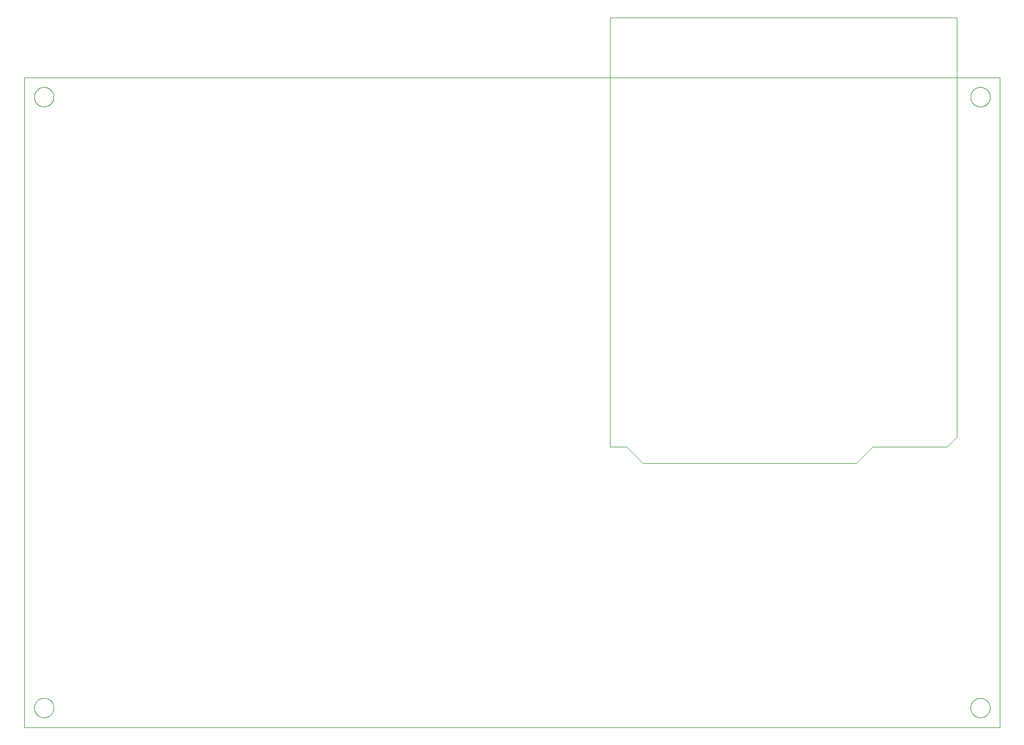
<source format=gbo>
G04 EAGLE Gerber RS-274X export*
G75*
%MOMM*%
%FSLAX34Y34*%
%LPD*%
%INSilk bottom*%
%IPPOS*%
%AMOC8*
5,1,8,0,0,1.08239X$1,22.5*%
G01*
%ADD10C,0.000000*%


D10*
X0Y0D02*
X1500000Y0D01*
X1500000Y1000000D01*
X0Y1000000D01*
X0Y0D01*
X15000Y30000D02*
X15005Y30368D01*
X15018Y30736D01*
X15041Y31103D01*
X15072Y31470D01*
X15113Y31836D01*
X15162Y32201D01*
X15221Y32564D01*
X15288Y32926D01*
X15364Y33287D01*
X15450Y33645D01*
X15543Y34001D01*
X15646Y34354D01*
X15757Y34705D01*
X15877Y35053D01*
X16005Y35398D01*
X16142Y35740D01*
X16287Y36079D01*
X16440Y36413D01*
X16602Y36744D01*
X16771Y37071D01*
X16949Y37393D01*
X17134Y37712D01*
X17327Y38025D01*
X17528Y38334D01*
X17736Y38637D01*
X17952Y38935D01*
X18175Y39228D01*
X18405Y39516D01*
X18642Y39798D01*
X18886Y40073D01*
X19136Y40343D01*
X19393Y40607D01*
X19657Y40864D01*
X19927Y41114D01*
X20202Y41358D01*
X20484Y41595D01*
X20772Y41825D01*
X21065Y42048D01*
X21363Y42264D01*
X21666Y42472D01*
X21975Y42673D01*
X22288Y42866D01*
X22607Y43051D01*
X22929Y43229D01*
X23256Y43398D01*
X23587Y43560D01*
X23921Y43713D01*
X24260Y43858D01*
X24602Y43995D01*
X24947Y44123D01*
X25295Y44243D01*
X25646Y44354D01*
X25999Y44457D01*
X26355Y44550D01*
X26713Y44636D01*
X27074Y44712D01*
X27436Y44779D01*
X27799Y44838D01*
X28164Y44887D01*
X28530Y44928D01*
X28897Y44959D01*
X29264Y44982D01*
X29632Y44995D01*
X30000Y45000D01*
X30368Y44995D01*
X30736Y44982D01*
X31103Y44959D01*
X31470Y44928D01*
X31836Y44887D01*
X32201Y44838D01*
X32564Y44779D01*
X32926Y44712D01*
X33287Y44636D01*
X33645Y44550D01*
X34001Y44457D01*
X34354Y44354D01*
X34705Y44243D01*
X35053Y44123D01*
X35398Y43995D01*
X35740Y43858D01*
X36079Y43713D01*
X36413Y43560D01*
X36744Y43398D01*
X37071Y43229D01*
X37393Y43051D01*
X37712Y42866D01*
X38025Y42673D01*
X38334Y42472D01*
X38637Y42264D01*
X38935Y42048D01*
X39228Y41825D01*
X39516Y41595D01*
X39798Y41358D01*
X40073Y41114D01*
X40343Y40864D01*
X40607Y40607D01*
X40864Y40343D01*
X41114Y40073D01*
X41358Y39798D01*
X41595Y39516D01*
X41825Y39228D01*
X42048Y38935D01*
X42264Y38637D01*
X42472Y38334D01*
X42673Y38025D01*
X42866Y37712D01*
X43051Y37393D01*
X43229Y37071D01*
X43398Y36744D01*
X43560Y36413D01*
X43713Y36079D01*
X43858Y35740D01*
X43995Y35398D01*
X44123Y35053D01*
X44243Y34705D01*
X44354Y34354D01*
X44457Y34001D01*
X44550Y33645D01*
X44636Y33287D01*
X44712Y32926D01*
X44779Y32564D01*
X44838Y32201D01*
X44887Y31836D01*
X44928Y31470D01*
X44959Y31103D01*
X44982Y30736D01*
X44995Y30368D01*
X45000Y30000D01*
X44995Y29632D01*
X44982Y29264D01*
X44959Y28897D01*
X44928Y28530D01*
X44887Y28164D01*
X44838Y27799D01*
X44779Y27436D01*
X44712Y27074D01*
X44636Y26713D01*
X44550Y26355D01*
X44457Y25999D01*
X44354Y25646D01*
X44243Y25295D01*
X44123Y24947D01*
X43995Y24602D01*
X43858Y24260D01*
X43713Y23921D01*
X43560Y23587D01*
X43398Y23256D01*
X43229Y22929D01*
X43051Y22607D01*
X42866Y22288D01*
X42673Y21975D01*
X42472Y21666D01*
X42264Y21363D01*
X42048Y21065D01*
X41825Y20772D01*
X41595Y20484D01*
X41358Y20202D01*
X41114Y19927D01*
X40864Y19657D01*
X40607Y19393D01*
X40343Y19136D01*
X40073Y18886D01*
X39798Y18642D01*
X39516Y18405D01*
X39228Y18175D01*
X38935Y17952D01*
X38637Y17736D01*
X38334Y17528D01*
X38025Y17327D01*
X37712Y17134D01*
X37393Y16949D01*
X37071Y16771D01*
X36744Y16602D01*
X36413Y16440D01*
X36079Y16287D01*
X35740Y16142D01*
X35398Y16005D01*
X35053Y15877D01*
X34705Y15757D01*
X34354Y15646D01*
X34001Y15543D01*
X33645Y15450D01*
X33287Y15364D01*
X32926Y15288D01*
X32564Y15221D01*
X32201Y15162D01*
X31836Y15113D01*
X31470Y15072D01*
X31103Y15041D01*
X30736Y15018D01*
X30368Y15005D01*
X30000Y15000D01*
X29632Y15005D01*
X29264Y15018D01*
X28897Y15041D01*
X28530Y15072D01*
X28164Y15113D01*
X27799Y15162D01*
X27436Y15221D01*
X27074Y15288D01*
X26713Y15364D01*
X26355Y15450D01*
X25999Y15543D01*
X25646Y15646D01*
X25295Y15757D01*
X24947Y15877D01*
X24602Y16005D01*
X24260Y16142D01*
X23921Y16287D01*
X23587Y16440D01*
X23256Y16602D01*
X22929Y16771D01*
X22607Y16949D01*
X22288Y17134D01*
X21975Y17327D01*
X21666Y17528D01*
X21363Y17736D01*
X21065Y17952D01*
X20772Y18175D01*
X20484Y18405D01*
X20202Y18642D01*
X19927Y18886D01*
X19657Y19136D01*
X19393Y19393D01*
X19136Y19657D01*
X18886Y19927D01*
X18642Y20202D01*
X18405Y20484D01*
X18175Y20772D01*
X17952Y21065D01*
X17736Y21363D01*
X17528Y21666D01*
X17327Y21975D01*
X17134Y22288D01*
X16949Y22607D01*
X16771Y22929D01*
X16602Y23256D01*
X16440Y23587D01*
X16287Y23921D01*
X16142Y24260D01*
X16005Y24602D01*
X15877Y24947D01*
X15757Y25295D01*
X15646Y25646D01*
X15543Y25999D01*
X15450Y26355D01*
X15364Y26713D01*
X15288Y27074D01*
X15221Y27436D01*
X15162Y27799D01*
X15113Y28164D01*
X15072Y28530D01*
X15041Y28897D01*
X15018Y29264D01*
X15005Y29632D01*
X15000Y30000D01*
X1455000Y30000D02*
X1455005Y30368D01*
X1455018Y30736D01*
X1455041Y31103D01*
X1455072Y31470D01*
X1455113Y31836D01*
X1455162Y32201D01*
X1455221Y32564D01*
X1455288Y32926D01*
X1455364Y33287D01*
X1455450Y33645D01*
X1455543Y34001D01*
X1455646Y34354D01*
X1455757Y34705D01*
X1455877Y35053D01*
X1456005Y35398D01*
X1456142Y35740D01*
X1456287Y36079D01*
X1456440Y36413D01*
X1456602Y36744D01*
X1456771Y37071D01*
X1456949Y37393D01*
X1457134Y37712D01*
X1457327Y38025D01*
X1457528Y38334D01*
X1457736Y38637D01*
X1457952Y38935D01*
X1458175Y39228D01*
X1458405Y39516D01*
X1458642Y39798D01*
X1458886Y40073D01*
X1459136Y40343D01*
X1459393Y40607D01*
X1459657Y40864D01*
X1459927Y41114D01*
X1460202Y41358D01*
X1460484Y41595D01*
X1460772Y41825D01*
X1461065Y42048D01*
X1461363Y42264D01*
X1461666Y42472D01*
X1461975Y42673D01*
X1462288Y42866D01*
X1462607Y43051D01*
X1462929Y43229D01*
X1463256Y43398D01*
X1463587Y43560D01*
X1463921Y43713D01*
X1464260Y43858D01*
X1464602Y43995D01*
X1464947Y44123D01*
X1465295Y44243D01*
X1465646Y44354D01*
X1465999Y44457D01*
X1466355Y44550D01*
X1466713Y44636D01*
X1467074Y44712D01*
X1467436Y44779D01*
X1467799Y44838D01*
X1468164Y44887D01*
X1468530Y44928D01*
X1468897Y44959D01*
X1469264Y44982D01*
X1469632Y44995D01*
X1470000Y45000D01*
X1470368Y44995D01*
X1470736Y44982D01*
X1471103Y44959D01*
X1471470Y44928D01*
X1471836Y44887D01*
X1472201Y44838D01*
X1472564Y44779D01*
X1472926Y44712D01*
X1473287Y44636D01*
X1473645Y44550D01*
X1474001Y44457D01*
X1474354Y44354D01*
X1474705Y44243D01*
X1475053Y44123D01*
X1475398Y43995D01*
X1475740Y43858D01*
X1476079Y43713D01*
X1476413Y43560D01*
X1476744Y43398D01*
X1477071Y43229D01*
X1477393Y43051D01*
X1477712Y42866D01*
X1478025Y42673D01*
X1478334Y42472D01*
X1478637Y42264D01*
X1478935Y42048D01*
X1479228Y41825D01*
X1479516Y41595D01*
X1479798Y41358D01*
X1480073Y41114D01*
X1480343Y40864D01*
X1480607Y40607D01*
X1480864Y40343D01*
X1481114Y40073D01*
X1481358Y39798D01*
X1481595Y39516D01*
X1481825Y39228D01*
X1482048Y38935D01*
X1482264Y38637D01*
X1482472Y38334D01*
X1482673Y38025D01*
X1482866Y37712D01*
X1483051Y37393D01*
X1483229Y37071D01*
X1483398Y36744D01*
X1483560Y36413D01*
X1483713Y36079D01*
X1483858Y35740D01*
X1483995Y35398D01*
X1484123Y35053D01*
X1484243Y34705D01*
X1484354Y34354D01*
X1484457Y34001D01*
X1484550Y33645D01*
X1484636Y33287D01*
X1484712Y32926D01*
X1484779Y32564D01*
X1484838Y32201D01*
X1484887Y31836D01*
X1484928Y31470D01*
X1484959Y31103D01*
X1484982Y30736D01*
X1484995Y30368D01*
X1485000Y30000D01*
X1484995Y29632D01*
X1484982Y29264D01*
X1484959Y28897D01*
X1484928Y28530D01*
X1484887Y28164D01*
X1484838Y27799D01*
X1484779Y27436D01*
X1484712Y27074D01*
X1484636Y26713D01*
X1484550Y26355D01*
X1484457Y25999D01*
X1484354Y25646D01*
X1484243Y25295D01*
X1484123Y24947D01*
X1483995Y24602D01*
X1483858Y24260D01*
X1483713Y23921D01*
X1483560Y23587D01*
X1483398Y23256D01*
X1483229Y22929D01*
X1483051Y22607D01*
X1482866Y22288D01*
X1482673Y21975D01*
X1482472Y21666D01*
X1482264Y21363D01*
X1482048Y21065D01*
X1481825Y20772D01*
X1481595Y20484D01*
X1481358Y20202D01*
X1481114Y19927D01*
X1480864Y19657D01*
X1480607Y19393D01*
X1480343Y19136D01*
X1480073Y18886D01*
X1479798Y18642D01*
X1479516Y18405D01*
X1479228Y18175D01*
X1478935Y17952D01*
X1478637Y17736D01*
X1478334Y17528D01*
X1478025Y17327D01*
X1477712Y17134D01*
X1477393Y16949D01*
X1477071Y16771D01*
X1476744Y16602D01*
X1476413Y16440D01*
X1476079Y16287D01*
X1475740Y16142D01*
X1475398Y16005D01*
X1475053Y15877D01*
X1474705Y15757D01*
X1474354Y15646D01*
X1474001Y15543D01*
X1473645Y15450D01*
X1473287Y15364D01*
X1472926Y15288D01*
X1472564Y15221D01*
X1472201Y15162D01*
X1471836Y15113D01*
X1471470Y15072D01*
X1471103Y15041D01*
X1470736Y15018D01*
X1470368Y15005D01*
X1470000Y15000D01*
X1469632Y15005D01*
X1469264Y15018D01*
X1468897Y15041D01*
X1468530Y15072D01*
X1468164Y15113D01*
X1467799Y15162D01*
X1467436Y15221D01*
X1467074Y15288D01*
X1466713Y15364D01*
X1466355Y15450D01*
X1465999Y15543D01*
X1465646Y15646D01*
X1465295Y15757D01*
X1464947Y15877D01*
X1464602Y16005D01*
X1464260Y16142D01*
X1463921Y16287D01*
X1463587Y16440D01*
X1463256Y16602D01*
X1462929Y16771D01*
X1462607Y16949D01*
X1462288Y17134D01*
X1461975Y17327D01*
X1461666Y17528D01*
X1461363Y17736D01*
X1461065Y17952D01*
X1460772Y18175D01*
X1460484Y18405D01*
X1460202Y18642D01*
X1459927Y18886D01*
X1459657Y19136D01*
X1459393Y19393D01*
X1459136Y19657D01*
X1458886Y19927D01*
X1458642Y20202D01*
X1458405Y20484D01*
X1458175Y20772D01*
X1457952Y21065D01*
X1457736Y21363D01*
X1457528Y21666D01*
X1457327Y21975D01*
X1457134Y22288D01*
X1456949Y22607D01*
X1456771Y22929D01*
X1456602Y23256D01*
X1456440Y23587D01*
X1456287Y23921D01*
X1456142Y24260D01*
X1456005Y24602D01*
X1455877Y24947D01*
X1455757Y25295D01*
X1455646Y25646D01*
X1455543Y25999D01*
X1455450Y26355D01*
X1455364Y26713D01*
X1455288Y27074D01*
X1455221Y27436D01*
X1455162Y27799D01*
X1455113Y28164D01*
X1455072Y28530D01*
X1455041Y28897D01*
X1455018Y29264D01*
X1455005Y29632D01*
X1455000Y30000D01*
X1455000Y970000D02*
X1455005Y970368D01*
X1455018Y970736D01*
X1455041Y971103D01*
X1455072Y971470D01*
X1455113Y971836D01*
X1455162Y972201D01*
X1455221Y972564D01*
X1455288Y972926D01*
X1455364Y973287D01*
X1455450Y973645D01*
X1455543Y974001D01*
X1455646Y974354D01*
X1455757Y974705D01*
X1455877Y975053D01*
X1456005Y975398D01*
X1456142Y975740D01*
X1456287Y976079D01*
X1456440Y976413D01*
X1456602Y976744D01*
X1456771Y977071D01*
X1456949Y977393D01*
X1457134Y977712D01*
X1457327Y978025D01*
X1457528Y978334D01*
X1457736Y978637D01*
X1457952Y978935D01*
X1458175Y979228D01*
X1458405Y979516D01*
X1458642Y979798D01*
X1458886Y980073D01*
X1459136Y980343D01*
X1459393Y980607D01*
X1459657Y980864D01*
X1459927Y981114D01*
X1460202Y981358D01*
X1460484Y981595D01*
X1460772Y981825D01*
X1461065Y982048D01*
X1461363Y982264D01*
X1461666Y982472D01*
X1461975Y982673D01*
X1462288Y982866D01*
X1462607Y983051D01*
X1462929Y983229D01*
X1463256Y983398D01*
X1463587Y983560D01*
X1463921Y983713D01*
X1464260Y983858D01*
X1464602Y983995D01*
X1464947Y984123D01*
X1465295Y984243D01*
X1465646Y984354D01*
X1465999Y984457D01*
X1466355Y984550D01*
X1466713Y984636D01*
X1467074Y984712D01*
X1467436Y984779D01*
X1467799Y984838D01*
X1468164Y984887D01*
X1468530Y984928D01*
X1468897Y984959D01*
X1469264Y984982D01*
X1469632Y984995D01*
X1470000Y985000D01*
X1470368Y984995D01*
X1470736Y984982D01*
X1471103Y984959D01*
X1471470Y984928D01*
X1471836Y984887D01*
X1472201Y984838D01*
X1472564Y984779D01*
X1472926Y984712D01*
X1473287Y984636D01*
X1473645Y984550D01*
X1474001Y984457D01*
X1474354Y984354D01*
X1474705Y984243D01*
X1475053Y984123D01*
X1475398Y983995D01*
X1475740Y983858D01*
X1476079Y983713D01*
X1476413Y983560D01*
X1476744Y983398D01*
X1477071Y983229D01*
X1477393Y983051D01*
X1477712Y982866D01*
X1478025Y982673D01*
X1478334Y982472D01*
X1478637Y982264D01*
X1478935Y982048D01*
X1479228Y981825D01*
X1479516Y981595D01*
X1479798Y981358D01*
X1480073Y981114D01*
X1480343Y980864D01*
X1480607Y980607D01*
X1480864Y980343D01*
X1481114Y980073D01*
X1481358Y979798D01*
X1481595Y979516D01*
X1481825Y979228D01*
X1482048Y978935D01*
X1482264Y978637D01*
X1482472Y978334D01*
X1482673Y978025D01*
X1482866Y977712D01*
X1483051Y977393D01*
X1483229Y977071D01*
X1483398Y976744D01*
X1483560Y976413D01*
X1483713Y976079D01*
X1483858Y975740D01*
X1483995Y975398D01*
X1484123Y975053D01*
X1484243Y974705D01*
X1484354Y974354D01*
X1484457Y974001D01*
X1484550Y973645D01*
X1484636Y973287D01*
X1484712Y972926D01*
X1484779Y972564D01*
X1484838Y972201D01*
X1484887Y971836D01*
X1484928Y971470D01*
X1484959Y971103D01*
X1484982Y970736D01*
X1484995Y970368D01*
X1485000Y970000D01*
X1484995Y969632D01*
X1484982Y969264D01*
X1484959Y968897D01*
X1484928Y968530D01*
X1484887Y968164D01*
X1484838Y967799D01*
X1484779Y967436D01*
X1484712Y967074D01*
X1484636Y966713D01*
X1484550Y966355D01*
X1484457Y965999D01*
X1484354Y965646D01*
X1484243Y965295D01*
X1484123Y964947D01*
X1483995Y964602D01*
X1483858Y964260D01*
X1483713Y963921D01*
X1483560Y963587D01*
X1483398Y963256D01*
X1483229Y962929D01*
X1483051Y962607D01*
X1482866Y962288D01*
X1482673Y961975D01*
X1482472Y961666D01*
X1482264Y961363D01*
X1482048Y961065D01*
X1481825Y960772D01*
X1481595Y960484D01*
X1481358Y960202D01*
X1481114Y959927D01*
X1480864Y959657D01*
X1480607Y959393D01*
X1480343Y959136D01*
X1480073Y958886D01*
X1479798Y958642D01*
X1479516Y958405D01*
X1479228Y958175D01*
X1478935Y957952D01*
X1478637Y957736D01*
X1478334Y957528D01*
X1478025Y957327D01*
X1477712Y957134D01*
X1477393Y956949D01*
X1477071Y956771D01*
X1476744Y956602D01*
X1476413Y956440D01*
X1476079Y956287D01*
X1475740Y956142D01*
X1475398Y956005D01*
X1475053Y955877D01*
X1474705Y955757D01*
X1474354Y955646D01*
X1474001Y955543D01*
X1473645Y955450D01*
X1473287Y955364D01*
X1472926Y955288D01*
X1472564Y955221D01*
X1472201Y955162D01*
X1471836Y955113D01*
X1471470Y955072D01*
X1471103Y955041D01*
X1470736Y955018D01*
X1470368Y955005D01*
X1470000Y955000D01*
X1469632Y955005D01*
X1469264Y955018D01*
X1468897Y955041D01*
X1468530Y955072D01*
X1468164Y955113D01*
X1467799Y955162D01*
X1467436Y955221D01*
X1467074Y955288D01*
X1466713Y955364D01*
X1466355Y955450D01*
X1465999Y955543D01*
X1465646Y955646D01*
X1465295Y955757D01*
X1464947Y955877D01*
X1464602Y956005D01*
X1464260Y956142D01*
X1463921Y956287D01*
X1463587Y956440D01*
X1463256Y956602D01*
X1462929Y956771D01*
X1462607Y956949D01*
X1462288Y957134D01*
X1461975Y957327D01*
X1461666Y957528D01*
X1461363Y957736D01*
X1461065Y957952D01*
X1460772Y958175D01*
X1460484Y958405D01*
X1460202Y958642D01*
X1459927Y958886D01*
X1459657Y959136D01*
X1459393Y959393D01*
X1459136Y959657D01*
X1458886Y959927D01*
X1458642Y960202D01*
X1458405Y960484D01*
X1458175Y960772D01*
X1457952Y961065D01*
X1457736Y961363D01*
X1457528Y961666D01*
X1457327Y961975D01*
X1457134Y962288D01*
X1456949Y962607D01*
X1456771Y962929D01*
X1456602Y963256D01*
X1456440Y963587D01*
X1456287Y963921D01*
X1456142Y964260D01*
X1456005Y964602D01*
X1455877Y964947D01*
X1455757Y965295D01*
X1455646Y965646D01*
X1455543Y965999D01*
X1455450Y966355D01*
X1455364Y966713D01*
X1455288Y967074D01*
X1455221Y967436D01*
X1455162Y967799D01*
X1455113Y968164D01*
X1455072Y968530D01*
X1455041Y968897D01*
X1455018Y969264D01*
X1455005Y969632D01*
X1455000Y970000D01*
X15000Y970000D02*
X15005Y970368D01*
X15018Y970736D01*
X15041Y971103D01*
X15072Y971470D01*
X15113Y971836D01*
X15162Y972201D01*
X15221Y972564D01*
X15288Y972926D01*
X15364Y973287D01*
X15450Y973645D01*
X15543Y974001D01*
X15646Y974354D01*
X15757Y974705D01*
X15877Y975053D01*
X16005Y975398D01*
X16142Y975740D01*
X16287Y976079D01*
X16440Y976413D01*
X16602Y976744D01*
X16771Y977071D01*
X16949Y977393D01*
X17134Y977712D01*
X17327Y978025D01*
X17528Y978334D01*
X17736Y978637D01*
X17952Y978935D01*
X18175Y979228D01*
X18405Y979516D01*
X18642Y979798D01*
X18886Y980073D01*
X19136Y980343D01*
X19393Y980607D01*
X19657Y980864D01*
X19927Y981114D01*
X20202Y981358D01*
X20484Y981595D01*
X20772Y981825D01*
X21065Y982048D01*
X21363Y982264D01*
X21666Y982472D01*
X21975Y982673D01*
X22288Y982866D01*
X22607Y983051D01*
X22929Y983229D01*
X23256Y983398D01*
X23587Y983560D01*
X23921Y983713D01*
X24260Y983858D01*
X24602Y983995D01*
X24947Y984123D01*
X25295Y984243D01*
X25646Y984354D01*
X25999Y984457D01*
X26355Y984550D01*
X26713Y984636D01*
X27074Y984712D01*
X27436Y984779D01*
X27799Y984838D01*
X28164Y984887D01*
X28530Y984928D01*
X28897Y984959D01*
X29264Y984982D01*
X29632Y984995D01*
X30000Y985000D01*
X30368Y984995D01*
X30736Y984982D01*
X31103Y984959D01*
X31470Y984928D01*
X31836Y984887D01*
X32201Y984838D01*
X32564Y984779D01*
X32926Y984712D01*
X33287Y984636D01*
X33645Y984550D01*
X34001Y984457D01*
X34354Y984354D01*
X34705Y984243D01*
X35053Y984123D01*
X35398Y983995D01*
X35740Y983858D01*
X36079Y983713D01*
X36413Y983560D01*
X36744Y983398D01*
X37071Y983229D01*
X37393Y983051D01*
X37712Y982866D01*
X38025Y982673D01*
X38334Y982472D01*
X38637Y982264D01*
X38935Y982048D01*
X39228Y981825D01*
X39516Y981595D01*
X39798Y981358D01*
X40073Y981114D01*
X40343Y980864D01*
X40607Y980607D01*
X40864Y980343D01*
X41114Y980073D01*
X41358Y979798D01*
X41595Y979516D01*
X41825Y979228D01*
X42048Y978935D01*
X42264Y978637D01*
X42472Y978334D01*
X42673Y978025D01*
X42866Y977712D01*
X43051Y977393D01*
X43229Y977071D01*
X43398Y976744D01*
X43560Y976413D01*
X43713Y976079D01*
X43858Y975740D01*
X43995Y975398D01*
X44123Y975053D01*
X44243Y974705D01*
X44354Y974354D01*
X44457Y974001D01*
X44550Y973645D01*
X44636Y973287D01*
X44712Y972926D01*
X44779Y972564D01*
X44838Y972201D01*
X44887Y971836D01*
X44928Y971470D01*
X44959Y971103D01*
X44982Y970736D01*
X44995Y970368D01*
X45000Y970000D01*
X44995Y969632D01*
X44982Y969264D01*
X44959Y968897D01*
X44928Y968530D01*
X44887Y968164D01*
X44838Y967799D01*
X44779Y967436D01*
X44712Y967074D01*
X44636Y966713D01*
X44550Y966355D01*
X44457Y965999D01*
X44354Y965646D01*
X44243Y965295D01*
X44123Y964947D01*
X43995Y964602D01*
X43858Y964260D01*
X43713Y963921D01*
X43560Y963587D01*
X43398Y963256D01*
X43229Y962929D01*
X43051Y962607D01*
X42866Y962288D01*
X42673Y961975D01*
X42472Y961666D01*
X42264Y961363D01*
X42048Y961065D01*
X41825Y960772D01*
X41595Y960484D01*
X41358Y960202D01*
X41114Y959927D01*
X40864Y959657D01*
X40607Y959393D01*
X40343Y959136D01*
X40073Y958886D01*
X39798Y958642D01*
X39516Y958405D01*
X39228Y958175D01*
X38935Y957952D01*
X38637Y957736D01*
X38334Y957528D01*
X38025Y957327D01*
X37712Y957134D01*
X37393Y956949D01*
X37071Y956771D01*
X36744Y956602D01*
X36413Y956440D01*
X36079Y956287D01*
X35740Y956142D01*
X35398Y956005D01*
X35053Y955877D01*
X34705Y955757D01*
X34354Y955646D01*
X34001Y955543D01*
X33645Y955450D01*
X33287Y955364D01*
X32926Y955288D01*
X32564Y955221D01*
X32201Y955162D01*
X31836Y955113D01*
X31470Y955072D01*
X31103Y955041D01*
X30736Y955018D01*
X30368Y955005D01*
X30000Y955000D01*
X29632Y955005D01*
X29264Y955018D01*
X28897Y955041D01*
X28530Y955072D01*
X28164Y955113D01*
X27799Y955162D01*
X27436Y955221D01*
X27074Y955288D01*
X26713Y955364D01*
X26355Y955450D01*
X25999Y955543D01*
X25646Y955646D01*
X25295Y955757D01*
X24947Y955877D01*
X24602Y956005D01*
X24260Y956142D01*
X23921Y956287D01*
X23587Y956440D01*
X23256Y956602D01*
X22929Y956771D01*
X22607Y956949D01*
X22288Y957134D01*
X21975Y957327D01*
X21666Y957528D01*
X21363Y957736D01*
X21065Y957952D01*
X20772Y958175D01*
X20484Y958405D01*
X20202Y958642D01*
X19927Y958886D01*
X19657Y959136D01*
X19393Y959393D01*
X19136Y959657D01*
X18886Y959927D01*
X18642Y960202D01*
X18405Y960484D01*
X18175Y960772D01*
X17952Y961065D01*
X17736Y961363D01*
X17528Y961666D01*
X17327Y961975D01*
X17134Y962288D01*
X16949Y962607D01*
X16771Y962929D01*
X16602Y963256D01*
X16440Y963587D01*
X16287Y963921D01*
X16142Y964260D01*
X16005Y964602D01*
X15877Y964947D01*
X15757Y965295D01*
X15646Y965646D01*
X15543Y965999D01*
X15450Y966355D01*
X15364Y966713D01*
X15288Y967074D01*
X15221Y967436D01*
X15162Y967799D01*
X15113Y968164D01*
X15072Y968530D01*
X15041Y968897D01*
X15018Y969264D01*
X15005Y969632D01*
X15000Y970000D01*
X900800Y1092200D02*
X900800Y431800D01*
X926200Y431800D01*
X951600Y406400D01*
X1279260Y406400D01*
X1304660Y431800D01*
X1418960Y431800D01*
X1434200Y447040D01*
X1434200Y1092200D01*
X900800Y1092200D01*
M02*

</source>
